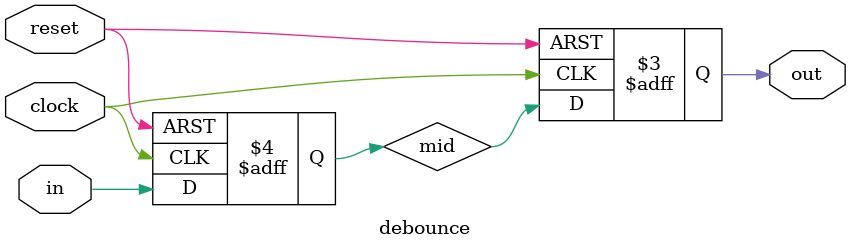
<source format=sv>
module debounce
	#(parameter WIDTH=1)
(
	input logic clock,
	input logic reset,
	input logic [WIDTH-1:0] in,
	output logic [WIDTH-1:0] out
);

logic [WIDTH-1:0] mid;

always_ff @(posedge clock, negedge reset) begin
	if (~reset) begin
		mid <= 'd0;
		out <= 'd0;
	end else begin
		mid <= in;
		out <= mid;
	end
end

endmodule

</source>
